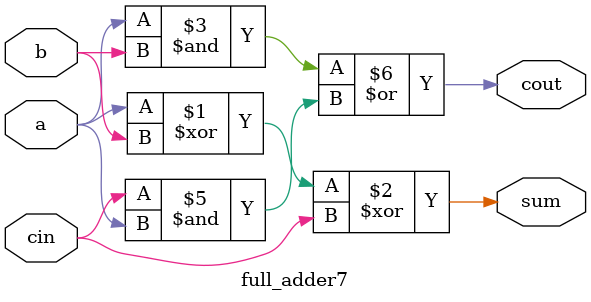
<source format=v>
module full_adder7(a,b,cin,sum,cout);
input a,b,cin;
output sum,cout;
assign sum = a^b^cin;
assign cout = a&b|cin&(a|1'b0); 
// initial begin
//     $display("The incorrect adder with or0 having in2/0");
// end   
endmodule
</source>
